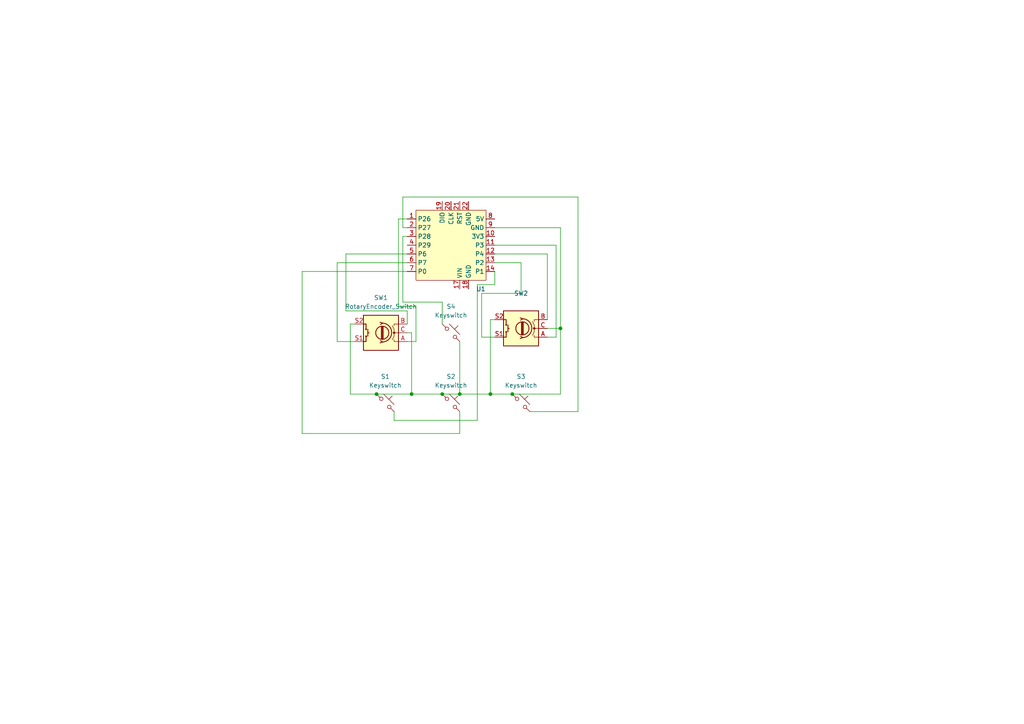
<source format=kicad_sch>
(kicad_sch
	(version 20231120)
	(generator "eeschema")
	(generator_version "8.0")
	(uuid "4a734f37-e946-4ff1-a714-c62c0c813b6a")
	(paper "A4")
	(lib_symbols
		(symbol "Device:RotaryEncoder_Switch"
			(pin_names
				(offset 0.254) hide)
			(exclude_from_sim no)
			(in_bom yes)
			(on_board yes)
			(property "Reference" "SW"
				(at 0 6.604 0)
				(effects
					(font
						(size 1.27 1.27)
					)
				)
			)
			(property "Value" "RotaryEncoder_Switch"
				(at 0 -6.604 0)
				(effects
					(font
						(size 1.27 1.27)
					)
				)
			)
			(property "Footprint" ""
				(at -3.81 4.064 0)
				(effects
					(font
						(size 1.27 1.27)
					)
					(hide yes)
				)
			)
			(property "Datasheet" "~"
				(at 0 6.604 0)
				(effects
					(font
						(size 1.27 1.27)
					)
					(hide yes)
				)
			)
			(property "Description" "Rotary encoder, dual channel, incremental quadrate outputs, with switch"
				(at 0 0 0)
				(effects
					(font
						(size 1.27 1.27)
					)
					(hide yes)
				)
			)
			(property "ki_keywords" "rotary switch encoder switch push button"
				(at 0 0 0)
				(effects
					(font
						(size 1.27 1.27)
					)
					(hide yes)
				)
			)
			(property "ki_fp_filters" "RotaryEncoder*Switch*"
				(at 0 0 0)
				(effects
					(font
						(size 1.27 1.27)
					)
					(hide yes)
				)
			)
			(symbol "RotaryEncoder_Switch_0_1"
				(rectangle
					(start -5.08 5.08)
					(end 5.08 -5.08)
					(stroke
						(width 0.254)
						(type default)
					)
					(fill
						(type background)
					)
				)
				(circle
					(center -3.81 0)
					(radius 0.254)
					(stroke
						(width 0)
						(type default)
					)
					(fill
						(type outline)
					)
				)
				(circle
					(center -0.381 0)
					(radius 1.905)
					(stroke
						(width 0.254)
						(type default)
					)
					(fill
						(type none)
					)
				)
				(arc
					(start -0.381 2.667)
					(mid -3.0988 -0.0635)
					(end -0.381 -2.794)
					(stroke
						(width 0.254)
						(type default)
					)
					(fill
						(type none)
					)
				)
				(polyline
					(pts
						(xy -0.635 -1.778) (xy -0.635 1.778)
					)
					(stroke
						(width 0.254)
						(type default)
					)
					(fill
						(type none)
					)
				)
				(polyline
					(pts
						(xy -0.381 -1.778) (xy -0.381 1.778)
					)
					(stroke
						(width 0.254)
						(type default)
					)
					(fill
						(type none)
					)
				)
				(polyline
					(pts
						(xy -0.127 1.778) (xy -0.127 -1.778)
					)
					(stroke
						(width 0.254)
						(type default)
					)
					(fill
						(type none)
					)
				)
				(polyline
					(pts
						(xy 3.81 0) (xy 3.429 0)
					)
					(stroke
						(width 0.254)
						(type default)
					)
					(fill
						(type none)
					)
				)
				(polyline
					(pts
						(xy 3.81 1.016) (xy 3.81 -1.016)
					)
					(stroke
						(width 0.254)
						(type default)
					)
					(fill
						(type none)
					)
				)
				(polyline
					(pts
						(xy -5.08 -2.54) (xy -3.81 -2.54) (xy -3.81 -2.032)
					)
					(stroke
						(width 0)
						(type default)
					)
					(fill
						(type none)
					)
				)
				(polyline
					(pts
						(xy -5.08 2.54) (xy -3.81 2.54) (xy -3.81 2.032)
					)
					(stroke
						(width 0)
						(type default)
					)
					(fill
						(type none)
					)
				)
				(polyline
					(pts
						(xy 0.254 -3.048) (xy -0.508 -2.794) (xy 0.127 -2.413)
					)
					(stroke
						(width 0.254)
						(type default)
					)
					(fill
						(type none)
					)
				)
				(polyline
					(pts
						(xy 0.254 2.921) (xy -0.508 2.667) (xy 0.127 2.286)
					)
					(stroke
						(width 0.254)
						(type default)
					)
					(fill
						(type none)
					)
				)
				(polyline
					(pts
						(xy 5.08 -2.54) (xy 4.318 -2.54) (xy 4.318 -1.016)
					)
					(stroke
						(width 0.254)
						(type default)
					)
					(fill
						(type none)
					)
				)
				(polyline
					(pts
						(xy 5.08 2.54) (xy 4.318 2.54) (xy 4.318 1.016)
					)
					(stroke
						(width 0.254)
						(type default)
					)
					(fill
						(type none)
					)
				)
				(polyline
					(pts
						(xy -5.08 0) (xy -3.81 0) (xy -3.81 -1.016) (xy -3.302 -2.032)
					)
					(stroke
						(width 0)
						(type default)
					)
					(fill
						(type none)
					)
				)
				(polyline
					(pts
						(xy -4.318 0) (xy -3.81 0) (xy -3.81 1.016) (xy -3.302 2.032)
					)
					(stroke
						(width 0)
						(type default)
					)
					(fill
						(type none)
					)
				)
				(circle
					(center 4.318 -1.016)
					(radius 0.127)
					(stroke
						(width 0.254)
						(type default)
					)
					(fill
						(type none)
					)
				)
				(circle
					(center 4.318 1.016)
					(radius 0.127)
					(stroke
						(width 0.254)
						(type default)
					)
					(fill
						(type none)
					)
				)
			)
			(symbol "RotaryEncoder_Switch_1_1"
				(pin passive line
					(at -7.62 2.54 0)
					(length 2.54)
					(name "A"
						(effects
							(font
								(size 1.27 1.27)
							)
						)
					)
					(number "A"
						(effects
							(font
								(size 1.27 1.27)
							)
						)
					)
				)
				(pin passive line
					(at -7.62 -2.54 0)
					(length 2.54)
					(name "B"
						(effects
							(font
								(size 1.27 1.27)
							)
						)
					)
					(number "B"
						(effects
							(font
								(size 1.27 1.27)
							)
						)
					)
				)
				(pin passive line
					(at -7.62 0 0)
					(length 2.54)
					(name "C"
						(effects
							(font
								(size 1.27 1.27)
							)
						)
					)
					(number "C"
						(effects
							(font
								(size 1.27 1.27)
							)
						)
					)
				)
				(pin passive line
					(at 7.62 2.54 180)
					(length 2.54)
					(name "S1"
						(effects
							(font
								(size 1.27 1.27)
							)
						)
					)
					(number "S1"
						(effects
							(font
								(size 1.27 1.27)
							)
						)
					)
				)
				(pin passive line
					(at 7.62 -2.54 180)
					(length 2.54)
					(name "S2"
						(effects
							(font
								(size 1.27 1.27)
							)
						)
					)
					(number "S2"
						(effects
							(font
								(size 1.27 1.27)
							)
						)
					)
				)
			)
		)
		(symbol "PCM_marbastlib-promicroish:Seeeduino_Xiao_rp2040"
			(exclude_from_sim no)
			(in_bom no)
			(on_board yes)
			(property "Reference" "U"
				(at -10.16 -12.7 0)
				(effects
					(font
						(size 1.27 1.27)
					)
				)
			)
			(property "Value" "Seeeduino Xiao rp2040"
				(at -10.16 -15.24 0)
				(effects
					(font
						(size 1.27 1.27)
					)
				)
			)
			(property "Footprint" "PCM_marbastlib-xp-promicroish:Xiao_rp2040_ACH"
				(at 0 -30.48 0)
				(effects
					(font
						(size 1.27 1.27)
					)
					(hide yes)
				)
			)
			(property "Datasheet" ""
				(at -12.7 7.62 0)
				(effects
					(font
						(size 1.27 1.27)
					)
					(hide yes)
				)
			)
			(property "Description" "Symbol for a Seeeduino Xiao rp2040"
				(at 0 0 0)
				(effects
					(font
						(size 1.27 1.27)
					)
					(hide yes)
				)
			)
			(symbol "Seeeduino_Xiao_rp2040_1_0"
				(pin bidirectional line
					(at -12.7 7.62 0)
					(length 2.54)
					(name "P26"
						(effects
							(font
								(size 1.27 1.27)
							)
						)
					)
					(number "1"
						(effects
							(font
								(size 1.27 1.27)
							)
						)
					)
				)
				(pin power_out line
					(at 12.7 2.54 180)
					(length 2.54)
					(name "3V3"
						(effects
							(font
								(size 1.27 1.27)
							)
						)
					)
					(number "10"
						(effects
							(font
								(size 1.27 1.27)
							)
						)
					)
				)
				(pin bidirectional line
					(at 12.7 0 180)
					(length 2.54)
					(name "P3"
						(effects
							(font
								(size 1.27 1.27)
							)
						)
					)
					(number "11"
						(effects
							(font
								(size 1.27 1.27)
							)
						)
					)
				)
				(pin bidirectional line
					(at 12.7 -2.54 180)
					(length 2.54)
					(name "P4"
						(effects
							(font
								(size 1.27 1.27)
							)
						)
					)
					(number "12"
						(effects
							(font
								(size 1.27 1.27)
							)
						)
					)
				)
				(pin bidirectional line
					(at 12.7 -5.08 180)
					(length 2.54)
					(name "P2"
						(effects
							(font
								(size 1.27 1.27)
							)
						)
					)
					(number "13"
						(effects
							(font
								(size 1.27 1.27)
							)
						)
					)
				)
				(pin bidirectional line
					(at 12.7 -7.62 180)
					(length 2.54)
					(name "P1"
						(effects
							(font
								(size 1.27 1.27)
							)
						)
					)
					(number "14"
						(effects
							(font
								(size 1.27 1.27)
							)
						)
					)
				)
				(pin power_in line
					(at 2.54 -12.7 90)
					(length 2.54)
					(name "VIN"
						(effects
							(font
								(size 1.27 1.27)
							)
						)
					)
					(number "17"
						(effects
							(font
								(size 1.27 1.27)
							)
						)
					)
				)
				(pin power_in line
					(at 5.08 -12.7 90)
					(length 2.54)
					(name "GND"
						(effects
							(font
								(size 1.27 1.27)
							)
						)
					)
					(number "18"
						(effects
							(font
								(size 1.27 1.27)
							)
						)
					)
				)
				(pin bidirectional line
					(at -2.54 12.7 270)
					(length 2.54)
					(name "DIO"
						(effects
							(font
								(size 1.27 1.27)
							)
						)
					)
					(number "19"
						(effects
							(font
								(size 1.27 1.27)
							)
						)
					)
				)
				(pin bidirectional line
					(at -12.7 5.08 0)
					(length 2.54)
					(name "P27"
						(effects
							(font
								(size 1.27 1.27)
							)
						)
					)
					(number "2"
						(effects
							(font
								(size 1.27 1.27)
							)
						)
					)
				)
				(pin bidirectional line
					(at 0 12.7 270)
					(length 2.54)
					(name "CLK"
						(effects
							(font
								(size 1.27 1.27)
							)
						)
					)
					(number "20"
						(effects
							(font
								(size 1.27 1.27)
							)
						)
					)
				)
				(pin bidirectional line
					(at 2.54 12.7 270)
					(length 2.54)
					(name "RST"
						(effects
							(font
								(size 1.27 1.27)
							)
						)
					)
					(number "21"
						(effects
							(font
								(size 1.27 1.27)
							)
						)
					)
				)
				(pin power_out line
					(at 5.08 12.7 270)
					(length 2.54)
					(name "GND"
						(effects
							(font
								(size 1.27 1.27)
							)
						)
					)
					(number "22"
						(effects
							(font
								(size 1.27 1.27)
							)
						)
					)
				)
				(pin bidirectional line
					(at -12.7 2.54 0)
					(length 2.54)
					(name "P28"
						(effects
							(font
								(size 1.27 1.27)
							)
						)
					)
					(number "3"
						(effects
							(font
								(size 1.27 1.27)
							)
						)
					)
				)
				(pin bidirectional line
					(at -12.7 0 0)
					(length 2.54)
					(name "P29"
						(effects
							(font
								(size 1.27 1.27)
							)
						)
					)
					(number "4"
						(effects
							(font
								(size 1.27 1.27)
							)
						)
					)
				)
				(pin bidirectional line
					(at -12.7 -2.54 0)
					(length 2.54)
					(name "P6"
						(effects
							(font
								(size 1.27 1.27)
							)
						)
					)
					(number "5"
						(effects
							(font
								(size 1.27 1.27)
							)
						)
					)
				)
				(pin bidirectional line
					(at -12.7 -5.08 0)
					(length 2.54)
					(name "P7"
						(effects
							(font
								(size 1.27 1.27)
							)
						)
					)
					(number "6"
						(effects
							(font
								(size 1.27 1.27)
							)
						)
					)
				)
				(pin bidirectional line
					(at -12.7 -7.62 0)
					(length 2.54)
					(name "P0"
						(effects
							(font
								(size 1.27 1.27)
							)
						)
					)
					(number "7"
						(effects
							(font
								(size 1.27 1.27)
							)
						)
					)
				)
				(pin power_out line
					(at 12.7 7.62 180)
					(length 2.54)
					(name "5V"
						(effects
							(font
								(size 1.27 1.27)
							)
						)
					)
					(number "8"
						(effects
							(font
								(size 1.27 1.27)
							)
						)
					)
				)
				(pin power_out line
					(at 12.7 5.08 180)
					(length 2.54)
					(name "GND"
						(effects
							(font
								(size 1.27 1.27)
							)
						)
					)
					(number "9"
						(effects
							(font
								(size 1.27 1.27)
							)
						)
					)
				)
			)
			(symbol "Seeeduino_Xiao_rp2040_1_1"
				(rectangle
					(start -10.16 10.16)
					(end 10.16 -10.16)
					(stroke
						(width 0)
						(type default)
					)
					(fill
						(type background)
					)
				)
			)
		)
		(symbol "ScottoKeebs:Placeholder_Keyswitch"
			(pin_numbers hide)
			(pin_names
				(offset 1.016) hide)
			(exclude_from_sim no)
			(in_bom yes)
			(on_board yes)
			(property "Reference" "S"
				(at 3.048 1.016 0)
				(effects
					(font
						(size 1.27 1.27)
					)
					(justify left)
				)
			)
			(property "Value" "Keyswitch"
				(at 0 -3.81 0)
				(effects
					(font
						(size 1.27 1.27)
					)
				)
			)
			(property "Footprint" ""
				(at 0 0 0)
				(effects
					(font
						(size 1.27 1.27)
					)
					(hide yes)
				)
			)
			(property "Datasheet" "~"
				(at 0 0 0)
				(effects
					(font
						(size 1.27 1.27)
					)
					(hide yes)
				)
			)
			(property "Description" "Push button switch, normally open, two pins, 45° tilted"
				(at 0 0 0)
				(effects
					(font
						(size 1.27 1.27)
					)
					(hide yes)
				)
			)
			(property "ki_keywords" "switch normally-open pushbutton push-button"
				(at 0 0 0)
				(effects
					(font
						(size 1.27 1.27)
					)
					(hide yes)
				)
			)
			(symbol "Placeholder_Keyswitch_0_1"
				(circle
					(center -1.1684 1.1684)
					(radius 0.508)
					(stroke
						(width 0)
						(type default)
					)
					(fill
						(type none)
					)
				)
				(polyline
					(pts
						(xy -0.508 2.54) (xy 2.54 -0.508)
					)
					(stroke
						(width 0)
						(type default)
					)
					(fill
						(type none)
					)
				)
				(polyline
					(pts
						(xy 1.016 1.016) (xy 2.032 2.032)
					)
					(stroke
						(width 0)
						(type default)
					)
					(fill
						(type none)
					)
				)
				(polyline
					(pts
						(xy -2.54 2.54) (xy -1.524 1.524) (xy -1.524 1.524)
					)
					(stroke
						(width 0)
						(type default)
					)
					(fill
						(type none)
					)
				)
				(polyline
					(pts
						(xy 1.524 -1.524) (xy 2.54 -2.54) (xy 2.54 -2.54) (xy 2.54 -2.54)
					)
					(stroke
						(width 0)
						(type default)
					)
					(fill
						(type none)
					)
				)
				(circle
					(center 1.143 -1.1938)
					(radius 0.508)
					(stroke
						(width 0)
						(type default)
					)
					(fill
						(type none)
					)
				)
				(pin passive line
					(at -2.54 2.54 0)
					(length 0)
					(name "1"
						(effects
							(font
								(size 1.27 1.27)
							)
						)
					)
					(number "1"
						(effects
							(font
								(size 1.27 1.27)
							)
						)
					)
				)
				(pin passive line
					(at 2.54 -2.54 180)
					(length 0)
					(name "2"
						(effects
							(font
								(size 1.27 1.27)
							)
						)
					)
					(number "2"
						(effects
							(font
								(size 1.27 1.27)
							)
						)
					)
				)
			)
		)
	)
	(junction
		(at 109.22 114.3)
		(diameter 0)
		(color 0 0 0 0)
		(uuid "225a5a52-2cbb-41d8-819e-0d53360ce37f")
	)
	(junction
		(at 128.27 114.3)
		(diameter 0)
		(color 0 0 0 0)
		(uuid "5d8dc8ad-4249-46ce-9fc8-efb380d1ba09")
	)
	(junction
		(at 148.59 114.3)
		(diameter 0)
		(color 0 0 0 0)
		(uuid "6401e498-0d19-4211-b493-a7f94fe2d18d")
	)
	(junction
		(at 119.38 114.3)
		(diameter 0)
		(color 0 0 0 0)
		(uuid "7cadc4ee-f4a7-46fd-a4f8-9646f385f26a")
	)
	(junction
		(at 142.24 114.3)
		(diameter 0)
		(color 0 0 0 0)
		(uuid "cf69e610-df10-4dda-a034-60cd4c8dac9b")
	)
	(junction
		(at 133.35 114.3)
		(diameter 0)
		(color 0 0 0 0)
		(uuid "ec1356bd-409f-4aca-8de6-053d7529d11e")
	)
	(junction
		(at 162.56 95.25)
		(diameter 0)
		(color 0 0 0 0)
		(uuid "f65fe779-a96d-441e-bc15-fbd0e1188b9d")
	)
	(wire
		(pts
			(xy 97.79 99.06) (xy 97.79 76.2)
		)
		(stroke
			(width 0)
			(type default)
		)
		(uuid "062e54ac-8b71-48a4-8c42-d9fdbdeadc23")
	)
	(wire
		(pts
			(xy 151.13 85.09) (xy 151.13 76.2)
		)
		(stroke
			(width 0)
			(type default)
		)
		(uuid "08ac2f06-1661-4fe2-9e8b-de8136d44608")
	)
	(wire
		(pts
			(xy 162.56 66.04) (xy 162.56 95.25)
		)
		(stroke
			(width 0)
			(type default)
		)
		(uuid "0c821778-ede8-4d63-887c-154bdc907cfc")
	)
	(wire
		(pts
			(xy 133.35 119.38) (xy 133.35 125.73)
		)
		(stroke
			(width 0)
			(type default)
		)
		(uuid "1bc8f4af-394c-4762-96e4-107e6a25c1d9")
	)
	(wire
		(pts
			(xy 161.29 71.12) (xy 161.29 97.79)
		)
		(stroke
			(width 0)
			(type default)
		)
		(uuid "200b9bfb-11d5-4408-9e6a-a7ccaa84f243")
	)
	(wire
		(pts
			(xy 162.56 114.3) (xy 148.59 114.3)
		)
		(stroke
			(width 0)
			(type default)
		)
		(uuid "210d39c3-046a-4e63-922c-591ea8b5f7a5")
	)
	(wire
		(pts
			(xy 158.75 92.71) (xy 158.75 73.66)
		)
		(stroke
			(width 0)
			(type default)
		)
		(uuid "22b14abd-e316-4199-8881-314a1c3807fa")
	)
	(wire
		(pts
			(xy 100.33 73.66) (xy 118.11 73.66)
		)
		(stroke
			(width 0)
			(type default)
		)
		(uuid "245e8f2c-21fd-4fc8-b77a-2f6bd6bd3659")
	)
	(wire
		(pts
			(xy 115.57 63.5) (xy 115.57 88.9)
		)
		(stroke
			(width 0)
			(type default)
		)
		(uuid "24df59c7-ec99-4169-a8bc-e4cec596edff")
	)
	(wire
		(pts
			(xy 143.51 71.12) (xy 161.29 71.12)
		)
		(stroke
			(width 0)
			(type default)
		)
		(uuid "2ab3e409-7a39-4f2a-bd85-ea9649c9505d")
	)
	(wire
		(pts
			(xy 101.6 114.3) (xy 109.22 114.3)
		)
		(stroke
			(width 0)
			(type default)
		)
		(uuid "34c0908e-9ade-4d86-9fe4-29d93b81c904")
	)
	(wire
		(pts
			(xy 139.7 85.09) (xy 151.13 85.09)
		)
		(stroke
			(width 0)
			(type default)
		)
		(uuid "3b45ffc1-0b6d-4af1-852d-bc55243a23e6")
	)
	(wire
		(pts
			(xy 102.87 99.06) (xy 97.79 99.06)
		)
		(stroke
			(width 0)
			(type default)
		)
		(uuid "3b933359-662b-43d5-9d19-09e20e1805a7")
	)
	(wire
		(pts
			(xy 133.35 114.3) (xy 142.24 114.3)
		)
		(stroke
			(width 0)
			(type default)
		)
		(uuid "428aa27e-a870-454d-8604-a8c77623b0d4")
	)
	(wire
		(pts
			(xy 120.65 99.06) (xy 120.65 88.9)
		)
		(stroke
			(width 0)
			(type default)
		)
		(uuid "4579e634-bb24-4eb5-aa7e-e3edf48d5900")
	)
	(wire
		(pts
			(xy 115.57 63.5) (xy 118.11 63.5)
		)
		(stroke
			(width 0)
			(type default)
		)
		(uuid "51555812-981d-43c7-a01c-ab507afe845b")
	)
	(wire
		(pts
			(xy 167.64 57.15) (xy 116.84 57.15)
		)
		(stroke
			(width 0)
			(type default)
		)
		(uuid "55d5384c-9eaf-49e5-8251-3a0fa5cfb910")
	)
	(wire
		(pts
			(xy 143.51 82.55) (xy 143.51 78.74)
		)
		(stroke
			(width 0)
			(type default)
		)
		(uuid "56628eab-5a60-4f3a-baf3-458e6e3a7ecb")
	)
	(wire
		(pts
			(xy 139.7 97.79) (xy 139.7 85.09)
		)
		(stroke
			(width 0)
			(type default)
		)
		(uuid "5b823861-62ba-47ab-a46c-1dd62e24b201")
	)
	(wire
		(pts
			(xy 138.43 82.55) (xy 143.51 82.55)
		)
		(stroke
			(width 0)
			(type default)
		)
		(uuid "5f3b99d4-06e9-4ded-aab2-071def635b8b")
	)
	(wire
		(pts
			(xy 128.27 87.63) (xy 116.84 87.63)
		)
		(stroke
			(width 0)
			(type default)
		)
		(uuid "604d7b57-3ac2-4ad4-9ba1-3e0b3c914033")
	)
	(wire
		(pts
			(xy 167.64 57.15) (xy 167.64 119.38)
		)
		(stroke
			(width 0)
			(type default)
		)
		(uuid "62a5d40a-8e13-4904-a231-c12f17bfe970")
	)
	(wire
		(pts
			(xy 133.35 125.73) (xy 87.63 125.73)
		)
		(stroke
			(width 0)
			(type default)
		)
		(uuid "674fb9e9-b30d-44a6-8b59-9044af4adc97")
	)
	(wire
		(pts
			(xy 162.56 95.25) (xy 162.56 114.3)
		)
		(stroke
			(width 0)
			(type default)
		)
		(uuid "6a63a04d-3932-4310-8d37-dd639887d4ff")
	)
	(wire
		(pts
			(xy 158.75 97.79) (xy 161.29 97.79)
		)
		(stroke
			(width 0)
			(type default)
		)
		(uuid "6d54ff23-ff1b-4ef1-b93a-80aa1dfa8dab")
	)
	(wire
		(pts
			(xy 101.6 114.3) (xy 101.6 93.98)
		)
		(stroke
			(width 0)
			(type default)
		)
		(uuid "6e3be8c3-26dc-4fb0-9d26-8d9f01cce054")
	)
	(wire
		(pts
			(xy 138.43 82.55) (xy 138.43 121.92)
		)
		(stroke
			(width 0)
			(type default)
		)
		(uuid "6f2d312e-69b9-43cd-ac4a-ba1fbe843c8c")
	)
	(wire
		(pts
			(xy 116.84 57.15) (xy 116.84 66.04)
		)
		(stroke
			(width 0)
			(type default)
		)
		(uuid "71f20a16-c378-4de9-abf9-0c6762727a7e")
	)
	(wire
		(pts
			(xy 153.67 119.38) (xy 167.64 119.38)
		)
		(stroke
			(width 0)
			(type default)
		)
		(uuid "7509a36c-454c-4afc-999d-2f6584e5d19c")
	)
	(wire
		(pts
			(xy 143.51 66.04) (xy 162.56 66.04)
		)
		(stroke
			(width 0)
			(type default)
		)
		(uuid "75904a6c-dbeb-4039-a1e7-99b9429c8cae")
	)
	(wire
		(pts
			(xy 114.3 119.38) (xy 114.3 121.92)
		)
		(stroke
			(width 0)
			(type default)
		)
		(uuid "7cb509e0-d61c-4ac8-ac75-956d7b58a31f")
	)
	(wire
		(pts
			(xy 119.38 96.52) (xy 119.38 114.3)
		)
		(stroke
			(width 0)
			(type default)
		)
		(uuid "82107a88-076d-40ee-96b8-03a86606ba88")
	)
	(wire
		(pts
			(xy 116.84 87.63) (xy 116.84 68.58)
		)
		(stroke
			(width 0)
			(type default)
		)
		(uuid "84bc7c9f-5721-4882-8a53-c2c169fd4ede")
	)
	(wire
		(pts
			(xy 114.3 121.92) (xy 138.43 121.92)
		)
		(stroke
			(width 0)
			(type default)
		)
		(uuid "8cc5c7c6-02db-4d18-b5ae-65a599401dc9")
	)
	(wire
		(pts
			(xy 151.13 76.2) (xy 143.51 76.2)
		)
		(stroke
			(width 0)
			(type default)
		)
		(uuid "901e1bff-9845-4b6d-864c-a6a89729d318")
	)
	(wire
		(pts
			(xy 97.79 76.2) (xy 118.11 76.2)
		)
		(stroke
			(width 0)
			(type default)
		)
		(uuid "99132cae-94c4-4c6a-8a03-57ef5b6ad54b")
	)
	(wire
		(pts
			(xy 143.51 92.71) (xy 142.24 92.71)
		)
		(stroke
			(width 0)
			(type default)
		)
		(uuid "9ade3cf8-a046-40a2-8249-df737c0e78e9")
	)
	(wire
		(pts
			(xy 109.22 114.3) (xy 119.38 114.3)
		)
		(stroke
			(width 0)
			(type default)
		)
		(uuid "9ae8489b-6608-476f-a7db-9212cac69005")
	)
	(wire
		(pts
			(xy 143.51 73.66) (xy 158.75 73.66)
		)
		(stroke
			(width 0)
			(type default)
		)
		(uuid "9e243635-526c-4562-93bb-7817bb2231b6")
	)
	(wire
		(pts
			(xy 100.33 90.17) (xy 100.33 73.66)
		)
		(stroke
			(width 0)
			(type default)
		)
		(uuid "9eb641ae-51ec-468f-b65b-e5622b54a239")
	)
	(wire
		(pts
			(xy 119.38 114.3) (xy 128.27 114.3)
		)
		(stroke
			(width 0)
			(type default)
		)
		(uuid "acdfbc1a-834c-4205-b0a2-79b6bfa48e9d")
	)
	(wire
		(pts
			(xy 118.11 99.06) (xy 120.65 99.06)
		)
		(stroke
			(width 0)
			(type default)
		)
		(uuid "b8ff15d0-0a8f-4728-807a-de17424d7579")
	)
	(wire
		(pts
			(xy 87.63 78.74) (xy 118.11 78.74)
		)
		(stroke
			(width 0)
			(type default)
		)
		(uuid "bacc1dd6-4ceb-4cc0-a487-9f1242bf30b2")
	)
	(wire
		(pts
			(xy 143.51 97.79) (xy 139.7 97.79)
		)
		(stroke
			(width 0)
			(type default)
		)
		(uuid "bc2b5d90-152d-4615-ab8e-b2cddae9e8bd")
	)
	(wire
		(pts
			(xy 116.84 68.58) (xy 118.11 68.58)
		)
		(stroke
			(width 0)
			(type default)
		)
		(uuid "bd3cd63a-9ba4-4d2b-9c85-323e12ee45e8")
	)
	(wire
		(pts
			(xy 118.11 93.98) (xy 118.11 90.17)
		)
		(stroke
			(width 0)
			(type default)
		)
		(uuid "be281640-077d-45be-97cd-60d987b355b0")
	)
	(wire
		(pts
			(xy 120.65 88.9) (xy 115.57 88.9)
		)
		(stroke
			(width 0)
			(type default)
		)
		(uuid "bfb151c5-1dd7-4e1c-9056-435f8df3bdbd")
	)
	(wire
		(pts
			(xy 101.6 93.98) (xy 102.87 93.98)
		)
		(stroke
			(width 0)
			(type default)
		)
		(uuid "c4f81e20-ebb1-46de-b256-393ce0408631")
	)
	(wire
		(pts
			(xy 119.38 96.52) (xy 118.11 96.52)
		)
		(stroke
			(width 0)
			(type default)
		)
		(uuid "c72adbaf-0ec3-4f2a-acae-624651f4a91e")
	)
	(wire
		(pts
			(xy 87.63 125.73) (xy 87.63 78.74)
		)
		(stroke
			(width 0)
			(type default)
		)
		(uuid "c77b9e02-add5-4cda-80db-90db88f7b73b")
	)
	(wire
		(pts
			(xy 158.75 95.25) (xy 162.56 95.25)
		)
		(stroke
			(width 0)
			(type default)
		)
		(uuid "c9906511-713a-4651-bd88-b5e2052d6dba")
	)
	(wire
		(pts
			(xy 133.35 99.06) (xy 133.35 114.3)
		)
		(stroke
			(width 0)
			(type default)
		)
		(uuid "cb9bf2d7-808b-4053-be7a-6c1458e65645")
	)
	(wire
		(pts
			(xy 118.11 90.17) (xy 100.33 90.17)
		)
		(stroke
			(width 0)
			(type default)
		)
		(uuid "e330522b-badb-4b86-b248-f34a6b07965c")
	)
	(wire
		(pts
			(xy 142.24 114.3) (xy 148.59 114.3)
		)
		(stroke
			(width 0)
			(type default)
		)
		(uuid "f1371df7-981f-48a2-b0d9-9bdd8dbba649")
	)
	(wire
		(pts
			(xy 116.84 66.04) (xy 118.11 66.04)
		)
		(stroke
			(width 0)
			(type default)
		)
		(uuid "f757d857-8ea7-4b3a-8a50-bc02a8aa34d5")
	)
	(wire
		(pts
			(xy 142.24 92.71) (xy 142.24 114.3)
		)
		(stroke
			(width 0)
			(type default)
		)
		(uuid "f8e22078-c1f1-497e-b2d9-0470de0368b4")
	)
	(wire
		(pts
			(xy 128.27 93.98) (xy 128.27 87.63)
		)
		(stroke
			(width 0)
			(type default)
		)
		(uuid "f99f0825-e8f3-4d3f-a1fa-0af3c5da22fc")
	)
	(wire
		(pts
			(xy 128.27 114.3) (xy 133.35 114.3)
		)
		(stroke
			(width 0)
			(type default)
		)
		(uuid "fe38a106-4232-4ecd-b61f-adcebd59fd2a")
	)
	(symbol
		(lib_id "PCM_marbastlib-promicroish:Seeeduino_Xiao_rp2040")
		(at 130.81 71.12 0)
		(unit 1)
		(exclude_from_sim no)
		(in_bom no)
		(on_board yes)
		(dnp no)
		(fields_autoplaced yes)
		(uuid "0f228c2a-1683-40cf-9c07-1f41d0c0e3e5")
		(property "Reference" "U1"
			(at 138.0841 83.82 0)
			(effects
				(font
					(size 1.27 1.27)
				)
				(justify left)
			)
		)
		(property "Value" "Seeeduino Xiao rp2040"
			(at 138.0841 86.36 0)
			(effects
				(font
					(size 1.27 1.27)
				)
				(justify left)
				(hide yes)
			)
		)
		(property "Footprint" "PCM_marbastlib-xp-promicroish:Xiao_rp2040_ACH"
			(at 130.81 101.6 0)
			(effects
				(font
					(size 1.27 1.27)
				)
				(hide yes)
			)
		)
		(property "Datasheet" ""
			(at 118.11 63.5 0)
			(effects
				(font
					(size 1.27 1.27)
				)
				(hide yes)
			)
		)
		(property "Description" "Symbol for a Seeeduino Xiao rp2040"
			(at 130.81 71.12 0)
			(effects
				(font
					(size 1.27 1.27)
				)
				(hide yes)
			)
		)
		(pin "13"
			(uuid "bd4d266f-3fac-4281-9ea7-f0d2c37c5cd8")
		)
		(pin "19"
			(uuid "713c22f3-3e0a-41e7-82e1-c0199fbf5dd9")
		)
		(pin "18"
			(uuid "501dac50-0ad9-41d0-b3a3-0e0c6fe5f772")
		)
		(pin "7"
			(uuid "53adfa0b-895d-4924-acc9-ad4b0b536396")
		)
		(pin "3"
			(uuid "fc886973-6906-4cd6-9d5a-550a87a2ebd4")
		)
		(pin "9"
			(uuid "d58a2abd-ff5d-47cd-b9ae-6f3bbc87ed11")
		)
		(pin "4"
			(uuid "56c92adc-e5ce-423f-8d32-57cc386832cd")
		)
		(pin "12"
			(uuid "02499f67-7e3f-4f32-a157-c8a4d42f9407")
		)
		(pin "2"
			(uuid "a354f616-10ae-4076-a713-ffbd670c3a46")
		)
		(pin "17"
			(uuid "3186659c-bed6-4429-9d73-1ddebd279f62")
		)
		(pin "10"
			(uuid "30b5d27b-6712-4521-831b-13c70029240e")
		)
		(pin "11"
			(uuid "91d97081-136a-4e66-a67c-8d1783ccc547")
		)
		(pin "21"
			(uuid "6854c3f0-3366-4693-8d3d-a139717a6cc8")
		)
		(pin "22"
			(uuid "2662ce8d-ecc8-434d-b005-17426db29914")
		)
		(pin "8"
			(uuid "b0fc5af0-6227-4eaf-ba2d-65755f6d9374")
		)
		(pin "6"
			(uuid "d79a027c-1d8c-4f63-89bb-ad06a6a033b4")
		)
		(pin "20"
			(uuid "28162799-a3c0-4334-943a-0147fa804c2d")
		)
		(pin "1"
			(uuid "451c8efe-7ebc-466c-a01d-88984125c790")
		)
		(pin "5"
			(uuid "ee22f999-beb1-40f9-8cbc-4bd4c81927eb")
		)
		(pin "14"
			(uuid "57c321cc-4724-4e34-8310-ca8571866d81")
		)
		(instances
			(project ""
				(path "/4a734f37-e946-4ff1-a714-c62c0c813b6a"
					(reference "U1")
					(unit 1)
				)
			)
		)
	)
	(symbol
		(lib_id "Device:RotaryEncoder_Switch")
		(at 151.13 95.25 180)
		(unit 1)
		(exclude_from_sim no)
		(in_bom yes)
		(on_board yes)
		(dnp no)
		(fields_autoplaced yes)
		(uuid "10652f49-9cfc-4c8b-b5cf-00b5305f7841")
		(property "Reference" "SW2"
			(at 151.13 85.09 0)
			(effects
				(font
					(size 1.27 1.27)
				)
			)
		)
		(property "Value" "RotaryEncoder_Switch"
			(at 151.13 87.63 0)
			(effects
				(font
					(size 1.27 1.27)
				)
				(hide yes)
			)
		)
		(property "Footprint" "ScottoKeebs_Scotto:Encoder_EC11_MX"
			(at 154.94 99.314 0)
			(effects
				(font
					(size 1.27 1.27)
				)
				(hide yes)
			)
		)
		(property "Datasheet" "~"
			(at 151.13 101.854 0)
			(effects
				(font
					(size 1.27 1.27)
				)
				(hide yes)
			)
		)
		(property "Description" "Rotary encoder, dual channel, incremental quadrate outputs, with switch"
			(at 151.13 95.25 0)
			(effects
				(font
					(size 1.27 1.27)
				)
				(hide yes)
			)
		)
		(pin "A"
			(uuid "0faa920c-cc93-4756-ae41-31fbd5ee2417")
		)
		(pin "C"
			(uuid "9578240e-f17f-49af-a81a-c588b1607108")
		)
		(pin "S1"
			(uuid "83ea2e0b-7d66-45cc-b696-bfe73c571002")
		)
		(pin "S2"
			(uuid "867a545e-4f8f-42b9-8185-ca07e5b143d2")
		)
		(pin "B"
			(uuid "4822bb0b-cc7f-4a5f-b680-20d627bfde4a")
		)
		(instances
			(project "hackpack"
				(path "/4a734f37-e946-4ff1-a714-c62c0c813b6a"
					(reference "SW2")
					(unit 1)
				)
			)
		)
	)
	(symbol
		(lib_id "ScottoKeebs:Placeholder_Keyswitch")
		(at 130.81 96.52 0)
		(unit 1)
		(exclude_from_sim no)
		(in_bom yes)
		(on_board yes)
		(dnp no)
		(fields_autoplaced yes)
		(uuid "40ba16a9-ddec-4b53-a54c-e20a6d158369")
		(property "Reference" "S4"
			(at 130.81 88.9 0)
			(effects
				(font
					(size 1.27 1.27)
				)
			)
		)
		(property "Value" "Keyswitch"
			(at 130.81 91.44 0)
			(effects
				(font
					(size 1.27 1.27)
				)
			)
		)
		(property "Footprint" "ScottoKeebs_MX:MX_PCB"
			(at 130.81 96.52 0)
			(effects
				(font
					(size 1.27 1.27)
				)
				(hide yes)
			)
		)
		(property "Datasheet" "~"
			(at 130.81 96.52 0)
			(effects
				(font
					(size 1.27 1.27)
				)
				(hide yes)
			)
		)
		(property "Description" "Push button switch, normally open, two pins, 45° tilted"
			(at 130.81 96.52 0)
			(effects
				(font
					(size 1.27 1.27)
				)
				(hide yes)
			)
		)
		(pin "2"
			(uuid "6a2c5c7e-76b7-4490-aa21-c9e5e1cd3a42")
		)
		(pin "1"
			(uuid "883af8c4-f7de-476e-9101-f7c9a4d87738")
		)
		(instances
			(project "hackpack"
				(path "/4a734f37-e946-4ff1-a714-c62c0c813b6a"
					(reference "S4")
					(unit 1)
				)
			)
		)
	)
	(symbol
		(lib_id "ScottoKeebs:Placeholder_Keyswitch")
		(at 111.76 116.84 0)
		(unit 1)
		(exclude_from_sim no)
		(in_bom yes)
		(on_board yes)
		(dnp no)
		(fields_autoplaced yes)
		(uuid "745cbcf8-2686-48e8-aea4-e33b4228a841")
		(property "Reference" "S1"
			(at 111.76 109.22 0)
			(effects
				(font
					(size 1.27 1.27)
				)
			)
		)
		(property "Value" "Keyswitch"
			(at 111.76 111.76 0)
			(effects
				(font
					(size 1.27 1.27)
				)
			)
		)
		(property "Footprint" "ScottoKeebs_MX:MX_PCB"
			(at 111.76 116.84 0)
			(effects
				(font
					(size 1.27 1.27)
				)
				(hide yes)
			)
		)
		(property "Datasheet" "~"
			(at 111.76 116.84 0)
			(effects
				(font
					(size 1.27 1.27)
				)
				(hide yes)
			)
		)
		(property "Description" "Push button switch, normally open, two pins, 45° tilted"
			(at 111.76 116.84 0)
			(effects
				(font
					(size 1.27 1.27)
				)
				(hide yes)
			)
		)
		(pin "2"
			(uuid "035ea615-66d0-4356-b49d-f088ce0427c7")
		)
		(pin "1"
			(uuid "c43860f2-a386-4e3d-b0b9-0d30c9ee76d7")
		)
		(instances
			(project ""
				(path "/4a734f37-e946-4ff1-a714-c62c0c813b6a"
					(reference "S1")
					(unit 1)
				)
			)
		)
	)
	(symbol
		(lib_id "ScottoKeebs:Placeholder_Keyswitch")
		(at 151.13 116.84 0)
		(unit 1)
		(exclude_from_sim no)
		(in_bom yes)
		(on_board yes)
		(dnp no)
		(fields_autoplaced yes)
		(uuid "c1499a0a-7b86-4af2-abc4-a9746300c907")
		(property "Reference" "S3"
			(at 151.13 109.22 0)
			(effects
				(font
					(size 1.27 1.27)
				)
			)
		)
		(property "Value" "Keyswitch"
			(at 151.13 111.76 0)
			(effects
				(font
					(size 1.27 1.27)
				)
			)
		)
		(property "Footprint" "ScottoKeebs_MX:MX_PCB"
			(at 151.13 116.84 0)
			(effects
				(font
					(size 1.27 1.27)
				)
				(hide yes)
			)
		)
		(property "Datasheet" "~"
			(at 151.13 116.84 0)
			(effects
				(font
					(size 1.27 1.27)
				)
				(hide yes)
			)
		)
		(property "Description" "Push button switch, normally open, two pins, 45° tilted"
			(at 151.13 116.84 0)
			(effects
				(font
					(size 1.27 1.27)
				)
				(hide yes)
			)
		)
		(pin "2"
			(uuid "c64b764c-b586-4aac-9298-0edc3dc4856a")
		)
		(pin "1"
			(uuid "8e05fc84-e924-4b90-97c9-e00c391287e8")
		)
		(instances
			(project "hackpack"
				(path "/4a734f37-e946-4ff1-a714-c62c0c813b6a"
					(reference "S3")
					(unit 1)
				)
			)
		)
	)
	(symbol
		(lib_id "Device:RotaryEncoder_Switch")
		(at 110.49 96.52 180)
		(unit 1)
		(exclude_from_sim no)
		(in_bom yes)
		(on_board yes)
		(dnp no)
		(fields_autoplaced yes)
		(uuid "c89293a9-fdf0-40d9-8349-a3d3719b4e1b")
		(property "Reference" "SW1"
			(at 110.49 86.36 0)
			(effects
				(font
					(size 1.27 1.27)
				)
			)
		)
		(property "Value" "RotaryEncoder_Switch"
			(at 110.49 88.9 0)
			(effects
				(font
					(size 1.27 1.27)
				)
			)
		)
		(property "Footprint" "ScottoKeebs_Scotto:Encoder_EC11_MX"
			(at 114.3 100.584 0)
			(effects
				(font
					(size 1.27 1.27)
				)
				(hide yes)
			)
		)
		(property "Datasheet" "~"
			(at 110.49 103.124 0)
			(effects
				(font
					(size 1.27 1.27)
				)
				(hide yes)
			)
		)
		(property "Description" "Rotary encoder, dual channel, incremental quadrate outputs, with switch"
			(at 110.49 96.52 0)
			(effects
				(font
					(size 1.27 1.27)
				)
				(hide yes)
			)
		)
		(pin "A"
			(uuid "aafb001a-e4ed-4fb4-bf45-e8fba8e27ff7")
		)
		(pin "C"
			(uuid "69d57a22-b5a4-4617-9bd9-ceb3c4039bc3")
		)
		(pin "S1"
			(uuid "840a33aa-eb8d-4364-8769-f15914b827a5")
		)
		(pin "S2"
			(uuid "e23be696-422d-489a-aab2-9190898a9df3")
		)
		(pin "B"
			(uuid "014ac417-07d7-44cf-bead-acf383f13953")
		)
		(instances
			(project ""
				(path "/4a734f37-e946-4ff1-a714-c62c0c813b6a"
					(reference "SW1")
					(unit 1)
				)
			)
		)
	)
	(symbol
		(lib_id "ScottoKeebs:Placeholder_Keyswitch")
		(at 130.81 116.84 0)
		(unit 1)
		(exclude_from_sim no)
		(in_bom yes)
		(on_board yes)
		(dnp no)
		(fields_autoplaced yes)
		(uuid "c8fcd557-26c6-488e-949f-53c9b939ca6e")
		(property "Reference" "S2"
			(at 130.81 109.22 0)
			(effects
				(font
					(size 1.27 1.27)
				)
			)
		)
		(property "Value" "Keyswitch"
			(at 130.81 111.76 0)
			(effects
				(font
					(size 1.27 1.27)
				)
			)
		)
		(property "Footprint" "ScottoKeebs_MX:MX_PCB"
			(at 130.81 116.84 0)
			(effects
				(font
					(size 1.27 1.27)
				)
				(hide yes)
			)
		)
		(property "Datasheet" "~"
			(at 130.81 116.84 0)
			(effects
				(font
					(size 1.27 1.27)
				)
				(hide yes)
			)
		)
		(property "Description" "Push button switch, normally open, two pins, 45° tilted"
			(at 130.81 116.84 0)
			(effects
				(font
					(size 1.27 1.27)
				)
				(hide yes)
			)
		)
		(pin "2"
			(uuid "fb7d3c66-4714-458d-9c61-2ace44bcdca9")
		)
		(pin "1"
			(uuid "01cc2317-95e6-4e86-9245-a39c1fbba885")
		)
		(instances
			(project "hackpack"
				(path "/4a734f37-e946-4ff1-a714-c62c0c813b6a"
					(reference "S2")
					(unit 1)
				)
			)
		)
	)
	(sheet_instances
		(path "/"
			(page "1")
		)
	)
)

</source>
